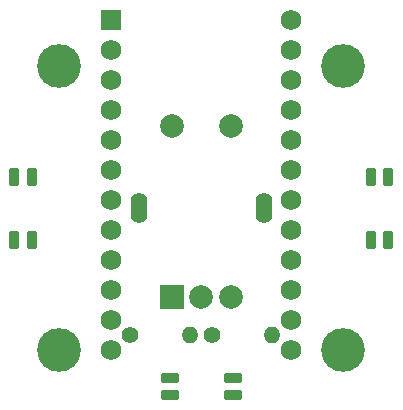
<source format=gbs>
%TF.GenerationSoftware,KiCad,Pcbnew,(6.0.4)*%
%TF.CreationDate,2022-04-07T13:26:34+02:00*%
%TF.ProjectId,Little Big Scroll 1,4c697474-6c65-4204-9269-67205363726f,v1.0*%
%TF.SameCoordinates,Original*%
%TF.FileFunction,Soldermask,Bot*%
%TF.FilePolarity,Negative*%
%FSLAX46Y46*%
G04 Gerber Fmt 4.6, Leading zero omitted, Abs format (unit mm)*
G04 Created by KiCad (PCBNEW (6.0.4)) date 2022-04-07 13:26:34*
%MOMM*%
%LPD*%
G01*
G04 APERTURE LIST*
G04 Aperture macros list*
%AMRoundRect*
0 Rectangle with rounded corners*
0 $1 Rounding radius*
0 $2 $3 $4 $5 $6 $7 $8 $9 X,Y pos of 4 corners*
0 Add a 4 corners polygon primitive as box body*
4,1,4,$2,$3,$4,$5,$6,$7,$8,$9,$2,$3,0*
0 Add four circle primitives for the rounded corners*
1,1,$1+$1,$2,$3*
1,1,$1+$1,$4,$5*
1,1,$1+$1,$6,$7*
1,1,$1+$1,$8,$9*
0 Add four rect primitives between the rounded corners*
20,1,$1+$1,$2,$3,$4,$5,0*
20,1,$1+$1,$4,$5,$6,$7,0*
20,1,$1+$1,$6,$7,$8,$9,0*
20,1,$1+$1,$8,$9,$2,$3,0*%
G04 Aperture macros list end*
%ADD10C,1.752600*%
%ADD11R,1.752600X1.752600*%
%ADD12RoundRect,0.082000X-0.328000X-0.668000X0.328000X-0.668000X0.328000X0.668000X-0.328000X0.668000X0*%
%ADD13RoundRect,0.082000X-0.668000X0.328000X-0.668000X-0.328000X0.668000X-0.328000X0.668000X0.328000X0*%
%ADD14RoundRect,0.082000X0.328000X0.668000X-0.328000X0.668000X-0.328000X-0.668000X0.328000X-0.668000X0*%
%ADD15C,3.700000*%
%ADD16C,2.000000*%
%ADD17O,1.400000X2.600000*%
%ADD18R,2.000000X2.000000*%
%ADD19O,1.400000X1.400000*%
%ADD20C,1.400000*%
G04 APERTURE END LIST*
D10*
X62738000Y-44736000D03*
X62738000Y-47276000D03*
X62738000Y-49816000D03*
X62738000Y-52356000D03*
X62738000Y-54896000D03*
X62738000Y-57436000D03*
X62738000Y-59976000D03*
X62738000Y-62516000D03*
X62738000Y-65056000D03*
X62738000Y-67596000D03*
X62738000Y-70136000D03*
X62738000Y-72676000D03*
X47498000Y-72676000D03*
X47498000Y-70136000D03*
X47498000Y-67596000D03*
X47498000Y-65056000D03*
X47498000Y-62516000D03*
X47498000Y-59976000D03*
X47498000Y-57436000D03*
X47498000Y-54896000D03*
X47498000Y-52356000D03*
X47498000Y-49816000D03*
X47498000Y-47276000D03*
D11*
X47498000Y-44736000D03*
D12*
X69447999Y-58056000D03*
X70947999Y-58056000D03*
X70947999Y-63356000D03*
X69447999Y-63356000D03*
D13*
X52468000Y-75035999D03*
X52468000Y-76535999D03*
X57768000Y-76535999D03*
X57768000Y-75035999D03*
D14*
X40788001Y-63356000D03*
X39288001Y-63356000D03*
X39288001Y-58056000D03*
X40788001Y-58056000D03*
D15*
X67138815Y-48685185D03*
X43097185Y-72726815D03*
X67138815Y-72726815D03*
X43097185Y-48685185D03*
D16*
X52618000Y-53706000D03*
X57618000Y-53706000D03*
D17*
X60418000Y-60706000D03*
X49818000Y-60706000D03*
D16*
X55118000Y-68206000D03*
X57618000Y-68206000D03*
D18*
X52618000Y-68206000D03*
D19*
X61130000Y-71410000D03*
D20*
X56050000Y-71410000D03*
D19*
X54150000Y-71410000D03*
D20*
X49070000Y-71410000D03*
M02*

</source>
